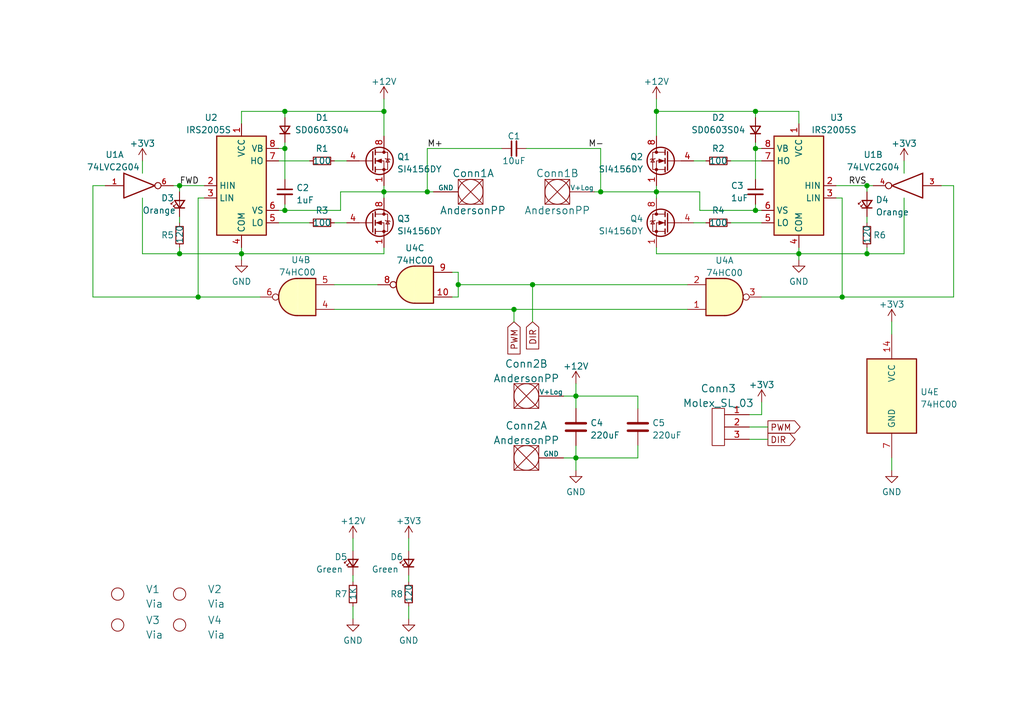
<source format=kicad_sch>
(kicad_sch (version 20211123) (generator eeschema)
  (paper "A5")
  (lib_symbols
    (symbol "74xGxx:74LVC2G04" (pin_names (offset 1.016))
      (property "Reference" "U" (at -2.54 3.81 0))
      (property "Value" "74LVC2G04" (at 0 -3.81 0))
      (symbol "74LVC2G04_0_1"
        (polyline (pts (xy -3.81 2.54) (xy -3.81 -2.54) (xy 2.54 0) (xy -3.81 2.54)) (stroke (width 0.254)))
        (pin power_in line (at 0 -2.54 270) (length 0) hide (name "GND") (number "2"))
        (pin power_in line (at 0 2.54 90) (length 0) hide (name "VCC") (number "5"))
      )
      (symbol "74LVC2G04_1_1"
        (pin input line (at -7.62 0 0) (length 3.81) (name "~") (number "1"))
        (pin output inverted (at 6.35 0 180) (length 3.81) (name "~") (number "6"))
      )
      (symbol "74LVC2G04_2_1"
        (pin input line (at -7.62 0 0) (length 3.81) (name "~") (number "3"))
        (pin output inverted (at 6.35 0 180) (length 3.81) (name "~") (number "4"))
      )
    )
    (symbol "74xx:74HC00" (pin_names (offset 1.016))
      (property "Reference" "U" (at 0 1.27 0))
      (property "Value" "74HC00" (at 0 -1.27 0))
      (symbol "74HC00_1_1"
        (arc (start 0 -3.81) (mid 3.81 0) (end 0 3.81) (stroke (width 0.254)) (fill (type background)))
        (polyline (pts (xy 0 3.81) (xy -3.81 3.81) (xy -3.81 -3.81) (xy 0 -3.81)) (stroke (width 0.254)) (fill (type background)))
        (pin input line (at -7.62 2.54 0) (length 3.81) (name "~") (number "1"))
        (pin input line (at -7.62 -2.54 0) (length 3.81) (name "~") (number "2"))
        (pin output inverted (at 7.62 0 180) (length 3.81) (name "~") (number "3"))
      )
      (symbol "74HC00_1_2"
        (arc (start -3.81 -3.81) (mid -2.589 0) (end -3.81 3.81) (stroke (width 0.254)))
        (arc (start -0.6096 -3.81) (mid 2.1842 -2.5851) (end 3.81 0) (stroke (width 0.254)) (fill (type background)))
        (polyline (pts (xy -3.81 -3.81) (xy -0.635 -3.81)) (stroke (width 0.254)) (fill (type background)))
        (polyline (pts (xy -3.81 3.81) (xy -0.635 3.81)) (stroke (width 0.254)) (fill (type background)))
        (polyline (pts (xy -0.635 3.81) (xy -3.81 3.81) (xy -3.81 3.81) (xy -3.556 3.4036) (xy -3.0226 2.2606) (xy -2.6924 1.0414) (xy -2.6162 -0.254) (xy -2.7686 -1.4986) (xy -3.175 -2.7178) (xy -3.81 -3.81) (xy -3.81 -3.81) (xy -0.635 -3.81)) (stroke (width -25.4)) (fill (type background)))
        (arc (start 3.81 0) (mid 2.1915 2.5936) (end -0.6096 3.81) (stroke (width 0.254)) (fill (type background)))
        (pin input inverted (at -7.62 2.54 0) (length 4.318) (name "~") (number "1"))
        (pin input inverted (at -7.62 -2.54 0) (length 4.318) (name "~") (number "2"))
        (pin output line (at 7.62 0 180) (length 3.81) (name "~") (number "3"))
      )
      (symbol "74HC00_2_1"
        (arc (start 0 -3.81) (mid 3.81 0) (end 0 3.81) (stroke (width 0.254)) (fill (type background)))
        (polyline (pts (xy 0 3.81) (xy -3.81 3.81) (xy -3.81 -3.81) (xy 0 -3.81)) (stroke (width 0.254)) (fill (type background)))
        (pin input line (at -7.62 2.54 0) (length 3.81) (name "~") (number "4"))
        (pin input line (at -7.62 -2.54 0) (length 3.81) (name "~") (number "5"))
        (pin output inverted (at 7.62 0 180) (length 3.81) (name "~") (number "6"))
      )
      (symbol "74HC00_2_2"
        (arc (start -3.81 -3.81) (mid -2.589 0) (end -3.81 3.81) (stroke (width 0.254)))
        (arc (start -0.6096 -3.81) (mid 2.1842 -2.5851) (end 3.81 0) (stroke (width 0.254)) (fill (type background)))
        (polyline (pts (xy -3.81 -3.81) (xy -0.635 -3.81)) (stroke (width 0.254)) (fill (type background)))
        (polyline (pts (xy -3.81 3.81) (xy -0.635 3.81)) (stroke (width 0.254)) (fill (type background)))
        (polyline (pts (xy -0.635 3.81) (xy -3.81 3.81) (xy -3.81 3.81) (xy -3.556 3.4036) (xy -3.0226 2.2606) (xy -2.6924 1.0414) (xy -2.6162 -0.254) (xy -2.7686 -1.4986) (xy -3.175 -2.7178) (xy -3.81 -3.81) (xy -3.81 -3.81) (xy -0.635 -3.81)) (stroke (width -25.4)) (fill (type background)))
        (arc (start 3.81 0) (mid 2.1915 2.5936) (end -0.6096 3.81) (stroke (width 0.254)) (fill (type background)))
        (pin input inverted (at -7.62 2.54 0) (length 4.318) (name "~") (number "4"))
        (pin input inverted (at -7.62 -2.54 0) (length 4.318) (name "~") (number "5"))
        (pin output line (at 7.62 0 180) (length 3.81) (name "~") (number "6"))
      )
      (symbol "74HC00_3_1"
        (arc (start 0 -3.81) (mid 3.81 0) (end 0 3.81) (stroke (width 0.254)) (fill (type background)))
        (polyline (pts (xy 0 3.81) (xy -3.81 3.81) (xy -3.81 -3.81) (xy 0 -3.81)) (stroke (width 0.254)) (fill (type background)))
        (pin input line (at -7.62 -2.54 0) (length 3.81) (name "~") (number "10"))
        (pin output inverted (at 7.62 0 180) (length 3.81) (name "~") (number "8"))
        (pin input line (at -7.62 2.54 0) (length 3.81) (name "~") (number "9"))
      )
      (symbol "74HC00_3_2"
        (arc (start -3.81 -3.81) (mid -2.589 0) (end -3.81 3.81) (stroke (width 0.254)))
        (arc (start -0.6096 -3.81) (mid 2.1842 -2.5851) (end 3.81 0) (stroke (width 0.254)) (fill (type background)))
        (polyline (pts (xy -3.81 -3.81) (xy -0.635 -3.81)) (stroke (width 0.254)) (fill (type background)))
        (polyline (pts (xy -3.81 3.81) (xy -0.635 3.81)) (stroke (width 0.254)) (fill (type background)))
        (polyline (pts (xy -0.635 3.81) (xy -3.81 3.81) (xy -3.81 3.81) (xy -3.556 3.4036) (xy -3.0226 2.2606) (xy -2.6924 1.0414) (xy -2.6162 -0.254) (xy -2.7686 -1.4986) (xy -3.175 -2.7178) (xy -3.81 -3.81) (xy -3.81 -3.81) (xy -0.635 -3.81)) (stroke (width -25.4)) (fill (type background)))
        (arc (start 3.81 0) (mid 2.1915 2.5936) (end -0.6096 3.81) (stroke (width 0.254)) (fill (type background)))
        (pin input inverted (at -7.62 -2.54 0) (length 4.318) (name "~") (number "10"))
        (pin output line (at 7.62 0 180) (length 3.81) (name "~") (number "8"))
        (pin input inverted (at -7.62 2.54 0) (length 4.318) (name "~") (number "9"))
      )
      (symbol "74HC00_4_1"
        (arc (start 0 -3.81) (mid 3.81 0) (end 0 3.81) (stroke (width 0.254)) (fill (type background)))
        (polyline (pts (xy 0 3.81) (xy -3.81 3.81) (xy -3.81 -3.81) (xy 0 -3.81)) (stroke (width 0.254)) (fill (type background)))
        (pin output inverted (at 7.62 0 180) (length 3.81) (name "~") (number "11"))
        (pin input line (at -7.62 2.54 0) (length 3.81) (name "~") (number "12"))
        (pin input line (at -7.62 -2.54 0) (length 3.81) (name "~") (number "13"))
      )
      (symbol "74HC00_4_2"
        (arc (start -3.81 -3.81) (mid -2.589 0) (end -3.81 3.81) (stroke (width 0.254)))
        (arc (start -0.6096 -3.81) (mid 2.1842 -2.5851) (end 3.81 0) (stroke (width 0.254)) (fill (type background)))
        (polyline (pts (xy -3.81 -3.81) (xy -0.635 -3.81)) (stroke (width 0.254)) (fill (type background)))
        (polyline (pts (xy -3.81 3.81) (xy -0.635 3.81)) (stroke (width 0.254)) (fill (type background)))
        (polyline (pts (xy -0.635 3.81) (xy -3.81 3.81) (xy -3.81 3.81) (xy -3.556 3.4036) (xy -3.0226 2.2606) (xy -2.6924 1.0414) (xy -2.6162 -0.254) (xy -2.7686 -1.4986) (xy -3.175 -2.7178) (xy -3.81 -3.81) (xy -3.81 -3.81) (xy -0.635 -3.81)) (stroke (width -25.4)) (fill (type background)))
        (arc (start 3.81 0) (mid 2.1915 2.5936) (end -0.6096 3.81) (stroke (width 0.254)) (fill (type background)))
        (pin output line (at 7.62 0 180) (length 3.81) (name "~") (number "11"))
        (pin input inverted (at -7.62 2.54 0) (length 4.318) (name "~") (number "12"))
        (pin input inverted (at -7.62 -2.54 0) (length 4.318) (name "~") (number "13"))
      )
      (symbol "74HC00_5_0"
        (pin power_in line (at 0 12.7 270) (length 5.08) (name "VCC") (number "14"))
        (pin power_in line (at 0 -12.7 90) (length 5.08) (name "GND") (number "7"))
      )
      (symbol "74HC00_5_1"
        (rectangle (start -5.08 7.62) (end 5.08 -7.62) (stroke (width 0.254)) (fill (type background)))
      )
    )
    (symbol "Device:C" (pin_numbers hide) (pin_names (offset 0.254))
      (property "Reference" "C" (at 0.635 2.54 0))
      (property "Value" "C" (at 0.635 -2.54 0))
      (symbol "C_0_1"
        (polyline (pts (xy -2.032 -0.762) (xy 2.032 -0.762)) (stroke (width 0.508)))
        (polyline (pts (xy -2.032 0.762) (xy 2.032 0.762)) (stroke (width 0.508)))
      )
      (symbol "C_1_1"
        (pin passive line (at 0 3.81 270) (length 2.794) (name "~") (number "1"))
        (pin passive line (at 0 -3.81 90) (length 2.794) (name "~") (number "2"))
      )
    )
    (symbol "Device:C_Small" (pin_numbers hide) (pin_names (offset 0.254) hide)
      (property "Reference" "C" (at 0.254 1.778 0))
      (property "Value" "C_Small" (at 0.254 -2.032 0))
      (symbol "C_Small_0_1"
        (polyline (pts (xy -1.524 -0.508) (xy 1.524 -0.508)) (stroke (width 0.3302)))
        (polyline (pts (xy -1.524 0.508) (xy 1.524 0.508)) (stroke (width 0.3048)))
      )
      (symbol "C_Small_1_1"
        (pin passive line (at 0 2.54 270) (length 2.032) (name "~") (number "1"))
        (pin passive line (at 0 -2.54 90) (length 2.032) (name "~") (number "2"))
      )
    )
    (symbol "Device:D_Small" (pin_numbers hide) (pin_names (offset 0.254) hide)
      (property "Reference" "D" (at -1.27 2.032 0))
      (property "Value" "D_Small" (at -3.81 -2.032 0))
      (symbol "D_Small_0_1"
        (polyline (pts (xy -0.762 -1.016) (xy -0.762 1.016)) (stroke (width 0.254)))
        (polyline (pts (xy -0.762 0) (xy 0.762 0)))
        (polyline (pts (xy 0.762 -1.016) (xy -0.762 0) (xy 0.762 1.016) (xy 0.762 -1.016)) (stroke (width 0.254)))
      )
      (symbol "D_Small_1_1"
        (pin passive line (at -2.54 0 0) (length 1.778) (name "K") (number "1"))
        (pin passive line (at 2.54 0 180) (length 1.778) (name "A") (number "2"))
      )
    )
    (symbol "Device:LED_Small" (pin_numbers hide) (pin_names (offset 0.254) hide)
      (property "Reference" "D" (at -1.27 3.175 0))
      (property "Value" "LED_Small" (at -4.445 -2.54 0))
      (symbol "LED_Small_0_1"
        (polyline (pts (xy -0.762 -1.016) (xy -0.762 1.016)) (stroke (width 0.254)))
        (polyline (pts (xy 1.016 0) (xy -0.762 0)))
        (polyline (pts (xy 0.762 -1.016) (xy -0.762 0) (xy 0.762 1.016) (xy 0.762 -1.016)) (stroke (width 0.254)))
        (polyline (pts (xy 0 0.762) (xy -0.508 1.27) (xy -0.254 1.27) (xy -0.508 1.27) (xy -0.508 1.016)))
        (polyline (pts (xy 0.508 1.27) (xy 0 1.778) (xy 0.254 1.778) (xy 0 1.778) (xy 0 1.524)))
      )
      (symbol "LED_Small_1_1"
        (pin passive line (at -2.54 0 0) (length 1.778) (name "K") (number "1"))
        (pin passive line (at 2.54 0 180) (length 1.778) (name "A") (number "2"))
      )
    )
    (symbol "Device:R_Small" (pin_numbers hide) (pin_names (offset 0.254) hide)
      (property "Reference" "R" (at 0.762 0.508 0))
      (property "Value" "R_Small" (at 0.762 -1.016 0))
      (symbol "R_Small_0_1"
        (rectangle (start -0.762 1.778) (end 0.762 -1.778) (stroke (width 0.2032)))
      )
      (symbol "R_Small_1_1"
        (pin passive line (at 0 2.54 270) (length 0.762) (name "~") (number "1"))
        (pin passive line (at 0 -2.54 90) (length 0.762) (name "~") (number "2"))
      )
    )
    (symbol "Driver_FET:IRS2005S"
      (property "Reference" "U" (at 1.27 13.335 0))
      (property "Value" "IRS2005S" (at 1.27 11.43 0))
      (symbol "IRS2005S_0_1"
        (rectangle (start -5.08 -10.16) (end 5.08 10.16) (stroke (width 0.254)) (fill (type background)))
      )
      (symbol "IRS2005S_1_1"
        (pin power_in line (at 0 12.7 270) (length 2.54) (name "VCC") (number "1"))
        (pin input line (at -7.62 0 0) (length 2.54) (name "HIN") (number "2"))
        (pin input line (at -7.62 -2.54 0) (length 2.54) (name "LIN") (number "3"))
        (pin power_in line (at 0 -12.7 90) (length 2.54) (name "COM") (number "4"))
        (pin output line (at 7.62 -7.62 180) (length 2.54) (name "LO") (number "5"))
        (pin passive line (at 7.62 -5.08 180) (length 2.54) (name "VS") (number "6"))
        (pin output line (at 7.62 5.08 180) (length 2.54) (name "HO") (number "7"))
        (pin passive line (at 7.62 7.62 180) (length 2.54) (name "VB") (number "8"))
      )
    )
    (symbol "MRDT_Connectors:AndersonPP" (pin_numbers hide) (pin_names (offset 0))
      (property "Reference" "Conn" (at 3.81 -1.27 0))
      (property "Value" "AndersonPP" (at 2.54 6.35 0))
      (symbol "AndersonPP_0_1"
        (polyline (pts (xy 0 5.08) (xy 5.08 0)))
        (polyline (pts (xy 5.08 5.08) (xy 0 0)))
        (rectangle (start 0 0) (end 5.08 5.08))
        (circle (center 2.54 2.54) (radius 2.54))
      )
      (symbol "AndersonPP_1_1"
        (pin input line (at 10.16 2.54 180) (length 5.08) (name "GND") (number "1"))
      )
      (symbol "AndersonPP_2_1"
        (pin input line (at 10.16 2.54 180) (length 5.08) (name "V+Log") (number "2"))
      )
      (symbol "AndersonPP_3_1"
        (pin input line (at 10.16 2.54 180) (length 5.08) (name "V+Act") (number "3"))
      )
      (symbol "AndersonPP_4_1"
        (pin input line (at 10.16 2.54 180) (length 5.08) (name "PV+") (number "4"))
      )
      (symbol "AndersonPP_5_1"
        (pin input line (at 10.16 2.54 180) (length 5.08) (name "~") (number "1"))
      )
    )
    (symbol "MRDT_Connectors:Molex_SL_03" (pin_names (offset 1.016))
      (property "Reference" "Conn" (at 3.81 -1.27 0))
      (property "Value" "Molex_SL_03" (at 1.27 8.89 0))
      (symbol "Molex_SL_03_0_1"
        (rectangle (start 0 7.62) (end 2.54 0))
      )
      (symbol "Molex_SL_03_1_1"
        (pin input line (at -5.08 6.35 0) (length 5.08) (name "~") (number "1"))
        (pin input line (at -5.08 3.81 0) (length 5.08) (name "~") (number "2"))
        (pin input line (at -5.08 1.27 0) (length 5.08) (name "~") (number "3"))
      )
    )
    (symbol "MRDT_Drill_Holes:Via" (pin_names (offset 1.016))
      (property "Reference" "V" (at 0 -2.54 0))
      (property "Value" "Via" (at 0 2.54 0))
      (symbol "Via_0_1"
        (circle (center 0 0) (radius 1.27))
      )
      (symbol "Via_1_1"
        (pin input line (at 0 0 0) (length 5.08) hide (name "~") (number "1"))
      )
    )
    (symbol "Transistor_FET:FDS2734" (pin_names hide)
      (property "Reference" "Q" (at 5.08 2.54 0))
      (property "Value" "FDS2734" (at 5.08 0 0))
      (symbol "FDS2734_0_1"
        (polyline (pts (xy 0.254 0) (xy -2.54 0)))
        (polyline (pts (xy 0.254 1.905) (xy 0.254 -1.905)) (stroke (width 0.254)))
        (polyline (pts (xy 0.762 -1.27) (xy 0.762 -2.286)) (stroke (width 0.254)))
        (polyline (pts (xy 0.762 0.508) (xy 0.762 -0.508)) (stroke (width 0.254)))
        (polyline (pts (xy 0.762 2.286) (xy 0.762 1.27)) (stroke (width 0.254)))
        (polyline (pts (xy 2.54 2.54) (xy 2.54 1.778)))
        (polyline (pts (xy 2.54 -2.54) (xy 2.54 0) (xy 0.762 0)))
        (polyline (pts (xy 0.762 -1.778) (xy 3.302 -1.778) (xy 3.302 1.778) (xy 0.762 1.778)))
        (polyline (pts (xy 1.016 0) (xy 2.032 0.381) (xy 2.032 -0.381) (xy 1.016 0)) (fill (type outline)))
        (polyline (pts (xy 2.794 0.508) (xy 2.921 0.381) (xy 3.683 0.381) (xy 3.81 0.254)))
        (polyline (pts (xy 3.302 0.381) (xy 2.921 -0.254) (xy 3.683 -0.254) (xy 3.302 0.381)))
        (circle (center 1.651 0) (radius 2.794) (stroke (width 0.254)))
        (circle (center 2.54 -1.778) (radius 0.254) (fill (type outline)))
        (circle (center 2.54 1.778) (radius 0.254) (fill (type outline)))
      )
      (symbol "FDS2734_1_1"
        (pin passive line (at 2.54 -5.08 90) (length 2.54) (name "S") (number "1"))
        (pin passive line (at 2.54 -5.08 90) (length 2.54) hide (name "S") (number "2"))
        (pin passive line (at 2.54 -5.08 90) (length 2.54) hide (name "S") (number "3"))
        (pin input line (at -5.08 0 0) (length 2.54) (name "G") (number "4"))
        (pin passive line (at 2.54 5.08 270) (length 2.54) hide (name "D") (number "5"))
        (pin passive line (at 2.54 5.08 270) (length 2.54) hide (name "D") (number "6"))
        (pin passive line (at 2.54 5.08 270) (length 2.54) hide (name "D") (number "7"))
        (pin passive line (at 2.54 5.08 270) (length 2.54) (name "D") (number "8"))
      )
    )
    (symbol "power:+12V" (power) (pin_names (offset 0))
      (property "Value" "+12V" (at 0 3.556 0))
      (symbol "+12V_0_1"
        (polyline (pts (xy -0.762 1.27) (xy 0 2.54)))
        (polyline (pts (xy 0 0) (xy 0 2.54)))
        (polyline (pts (xy 0 2.54) (xy 0.762 1.27)))
      )
      (symbol "+12V_1_1"
        (pin power_in line (at 0 0 90) (length 0) hide (name "+12V") (number "1"))
      )
    )
    (symbol "power:+3V3" (power) (pin_names (offset 0))
      (property "Value" "+3V3" (at 0 3.556 0))
      (symbol "+3V3_0_1"
        (polyline (pts (xy -0.762 1.27) (xy 0 2.54)))
        (polyline (pts (xy 0 0) (xy 0 2.54)))
        (polyline (pts (xy 0 2.54) (xy 0.762 1.27)))
      )
      (symbol "+3V3_1_1"
        (pin power_in line (at 0 0 90) (length 0) hide (name "+3V3") (number "1"))
      )
    )
    (symbol "power:GND" (power) (pin_names (offset 0))
      (property "Value" "GND" (at 0 -3.81 0))
      (symbol "GND_0_1"
        (polyline (pts (xy 0 0) (xy 0 -1.27) (xy 1.27 -1.27) (xy 0 -2.54) (xy -1.27 -1.27) (xy 0 -1.27)))
      )
      (symbol "GND_1_1"
        (pin power_in line (at 0 0 270) (length 0) hide (name "GND") (number "1"))
      )
    )
  )
  (junction (at 58.42 22.86))
  (junction (at 36.83 52.07))
  (junction (at 118.11 81.28))
  (junction (at 154.94 22.86))
  (junction (at 58.42 43.18))
  (junction (at 49.53 52.07))
  (junction (at 163.83 52.07))
  (junction (at 177.8 38.1))
  (junction (at 123.19 39.37))
  (junction (at 134.62 22.86))
  (junction (at 36.83 38.1))
  (junction (at 177.8 52.07))
  (junction (at 78.74 39.37))
  (junction (at 78.74 22.86))
  (junction (at 154.94 30.48))
  (junction (at 87.63 39.37))
  (junction (at 58.42 30.48))
  (junction (at 93.98 58.42))
  (junction (at 105.41 63.5))
  (junction (at 40.64 60.96))
  (junction (at 134.62 39.37))
  (junction (at 172.72 60.96))
  (junction (at 109.22 58.42))
  (junction (at 118.11 93.98))
  (junction (at 154.94 43.18))
  (wire (pts (xy 143.51 39.37) (xy 134.62 39.37)))
  (wire (pts (xy 154.94 29.21) (xy 154.94 30.48)))
  (wire (pts (xy 49.53 22.86) (xy 58.42 22.86)))
  (wire (pts (xy 134.62 38.1) (xy 134.62 39.37)))
  (wire (pts (xy 83.82 124.46) (xy 83.82 127)))
  (wire (pts (xy 177.8 50.8) (xy 177.8 52.07)))
  (wire (pts (xy 105.41 63.5) (xy 140.97 63.5)))
  (wire (pts (xy 68.58 58.42) (xy 77.47 58.42)))
  (wire (pts (xy 156.21 43.18) (xy 154.94 43.18)))
  (wire (pts (xy 118.11 93.98) (xy 118.11 96.52)))
  (wire (pts (xy 130.81 91.44) (xy 130.81 93.98)))
  (wire (pts (xy 69.85 43.18) (xy 69.85 39.37)))
  (wire (pts (xy 78.74 22.86) (xy 78.74 27.94)))
  (wire (pts (xy 172.72 60.96) (xy 195.58 60.96)))
  (wire (pts (xy 143.51 43.18) (xy 143.51 39.37)))
  (wire (pts (xy 123.19 39.37) (xy 134.62 39.37)))
  (wire (pts (xy 57.15 43.18) (xy 58.42 43.18)))
  (wire (pts (xy 36.83 52.07) (xy 49.53 52.07)))
  (wire (pts (xy 134.62 22.86) (xy 134.62 27.94)))
  (wire (pts (xy 115.57 81.28) (xy 118.11 81.28)))
  (wire (pts (xy 156.21 60.96) (xy 172.72 60.96)))
  (wire (pts (xy 134.62 52.07) (xy 163.83 52.07)))
  (wire (pts (xy 118.11 91.44) (xy 118.11 93.98)))
  (wire (pts (xy 72.39 118.11) (xy 72.39 119.38)))
  (wire (pts (xy 149.86 45.72) (xy 156.21 45.72)))
  (wire (pts (xy 195.58 38.1) (xy 195.58 60.96)))
  (wire (pts (xy 29.21 33.02) (xy 29.21 35.56)))
  (wire (pts (xy 58.42 41.91) (xy 58.42 43.18)))
  (wire (pts (xy 36.83 44.45) (xy 36.83 45.72)))
  (wire (pts (xy 142.24 33.02) (xy 144.78 33.02)))
  (wire (pts (xy 153.67 90.17) (xy 157.48 90.17)))
  (wire (pts (xy 68.58 45.72) (xy 71.12 45.72)))
  (wire (pts (xy 29.21 40.64) (xy 29.21 52.07)))
  (wire (pts (xy 123.19 39.37) (xy 121.92 39.37)))
  (wire (pts (xy 19.05 38.1) (xy 19.05 60.96)))
  (wire (pts (xy 58.42 29.21) (xy 58.42 30.48)))
  (wire (pts (xy 163.83 22.86) (xy 154.94 22.86)))
  (wire (pts (xy 93.98 58.42) (xy 93.98 60.96)))
  (wire (pts (xy 58.42 36.83) (xy 58.42 30.48)))
  (wire (pts (xy 109.22 58.42) (xy 109.22 66.04)))
  (wire (pts (xy 109.22 58.42) (xy 140.97 58.42)))
  (wire (pts (xy 78.74 20.32) (xy 78.74 22.86)))
  (wire (pts (xy 78.74 39.37) (xy 78.74 40.64)))
  (wire (pts (xy 154.94 43.18) (xy 143.51 43.18)))
  (wire (pts (xy 57.15 45.72) (xy 63.5 45.72)))
  (wire (pts (xy 29.21 52.07) (xy 36.83 52.07)))
  (wire (pts (xy 172.72 40.64) (xy 171.45 40.64)))
  (wire (pts (xy 92.71 55.88) (xy 93.98 55.88)))
  (wire (pts (xy 78.74 39.37) (xy 87.63 39.37)))
  (wire (pts (xy 93.98 58.42) (xy 109.22 58.42)))
  (wire (pts (xy 83.82 118.11) (xy 83.82 119.38)))
  (wire (pts (xy 177.8 38.1) (xy 177.8 39.37)))
  (wire (pts (xy 177.8 38.1) (xy 179.07 38.1)))
  (wire (pts (xy 72.39 110.49) (xy 72.39 113.03)))
  (wire (pts (xy 49.53 50.8) (xy 49.53 52.07)))
  (wire (pts (xy 58.42 22.86) (xy 58.42 24.13)))
  (wire (pts (xy 182.88 93.98) (xy 182.88 96.52)))
  (wire (pts (xy 36.83 38.1) (xy 36.83 39.37)))
  (wire (pts (xy 130.81 93.98) (xy 118.11 93.98)))
  (wire (pts (xy 130.81 81.28) (xy 118.11 81.28)))
  (wire (pts (xy 78.74 50.8) (xy 78.74 52.07)))
  (wire (pts (xy 36.83 50.8) (xy 36.83 52.07)))
  (wire (pts (xy 87.63 30.48) (xy 87.63 39.37)))
  (wire (pts (xy 40.64 40.64) (xy 41.91 40.64)))
  (wire (pts (xy 134.62 22.86) (xy 154.94 22.86)))
  (wire (pts (xy 134.62 39.37) (xy 134.62 40.64)))
  (wire (pts (xy 92.71 60.96) (xy 93.98 60.96)))
  (wire (pts (xy 118.11 81.28) (xy 118.11 83.82)))
  (wire (pts (xy 163.83 50.8) (xy 163.83 52.07)))
  (wire (pts (xy 153.67 87.63) (xy 157.48 87.63)))
  (wire (pts (xy 156.21 85.09) (xy 156.21 82.55)))
  (wire (pts (xy 123.19 30.48) (xy 123.19 39.37)))
  (wire (pts (xy 185.42 33.02) (xy 185.42 35.56)))
  (wire (pts (xy 134.62 20.32) (xy 134.62 22.86)))
  (wire (pts (xy 185.42 40.64) (xy 185.42 52.07)))
  (wire (pts (xy 130.81 83.82) (xy 130.81 81.28)))
  (wire (pts (xy 153.67 85.09) (xy 156.21 85.09)))
  (wire (pts (xy 172.72 60.96) (xy 172.72 40.64)))
  (wire (pts (xy 58.42 30.48) (xy 57.15 30.48)))
  (wire (pts (xy 35.56 38.1) (xy 36.83 38.1)))
  (wire (pts (xy 118.11 81.28) (xy 118.11 78.74)))
  (wire (pts (xy 58.42 43.18) (xy 69.85 43.18)))
  (wire (pts (xy 19.05 60.96) (xy 40.64 60.96)))
  (wire (pts (xy 171.45 38.1) (xy 177.8 38.1)))
  (wire (pts (xy 78.74 38.1) (xy 78.74 39.37)))
  (wire (pts (xy 177.8 44.45) (xy 177.8 45.72)))
  (wire (pts (xy 177.8 52.07) (xy 185.42 52.07)))
  (wire (pts (xy 78.74 52.07) (xy 49.53 52.07)))
  (wire (pts (xy 72.39 124.46) (xy 72.39 127)))
  (wire (pts (xy 163.83 25.4) (xy 163.83 22.86)))
  (wire (pts (xy 19.05 38.1) (xy 21.59 38.1)))
  (wire (pts (xy 68.58 33.02) (xy 71.12 33.02)))
  (wire (pts (xy 115.57 93.98) (xy 118.11 93.98)))
  (wire (pts (xy 78.74 22.86) (xy 58.42 22.86)))
  (wire (pts (xy 87.63 39.37) (xy 88.9 39.37)))
  (wire (pts (xy 93.98 55.88) (xy 93.98 58.42)))
  (wire (pts (xy 69.85 39.37) (xy 78.74 39.37)))
  (wire (pts (xy 163.83 52.07) (xy 177.8 52.07)))
  (wire (pts (xy 134.62 50.8) (xy 134.62 52.07)))
  (wire (pts (xy 105.41 63.5) (xy 105.41 66.04)))
  (wire (pts (xy 154.94 30.48) (xy 156.21 30.48)))
  (wire (pts (xy 154.94 22.86) (xy 154.94 24.13)))
  (wire (pts (xy 182.88 66.04) (xy 182.88 68.58)))
  (wire (pts (xy 68.58 63.5) (xy 105.41 63.5)))
  (wire (pts (xy 154.94 41.91) (xy 154.94 43.18)))
  (wire (pts (xy 49.53 52.07) (xy 49.53 53.34)))
  (wire (pts (xy 40.64 60.96) (xy 40.64 40.64)))
  (wire (pts (xy 83.82 110.49) (xy 83.82 113.03)))
  (wire (pts (xy 57.15 33.02) (xy 63.5 33.02)))
  (wire (pts (xy 107.95 30.48) (xy 123.19 30.48)))
  (wire (pts (xy 53.34 60.96) (xy 40.64 60.96)))
  (wire (pts (xy 87.63 30.48) (xy 102.87 30.48)))
  (wire (pts (xy 154.94 36.83) (xy 154.94 30.48)))
  (wire (pts (xy 193.04 38.1) (xy 195.58 38.1)))
  (wire (pts (xy 149.86 33.02) (xy 156.21 33.02)))
  (wire (pts (xy 163.83 52.07) (xy 163.83 53.34)))
  (wire (pts (xy 49.53 25.4) (xy 49.53 22.86)))
  (wire (pts (xy 142.24 45.72) (xy 144.78 45.72)))
  (wire (pts (xy 36.83 38.1) (xy 41.91 38.1)))
  (label "RVS" (at 173.99 38.1 0))
  (label "M+" (at 87.63 30.48 0))
  (label "FWD" (at 36.83 38.1 0))
  (label "M-" (at 120.65 30.48 0))
  (global_label "PWM" (shape output) (at 157.48 87.63 0) (property "Intersheet References" "${INTERSHEET_REFS}" (effects hide)))
  (global_label "DIR" (shape input) (at 109.22 66.04 270) (property "Intersheet References" "${INTERSHEET_REFS}" (effects hide)))
  (global_label "DIR" (shape output) (at 157.48 90.17 0) (property "Intersheet References" "${INTERSHEET_REFS}" (effects hide)))
  (global_label "PWM" (shape input) (at 105.41 66.04 270) (property "Intersheet References" "${INTERSHEET_REFS}" (effects hide)))
  (symbol (lib_id "MRDT_Connectors:AndersonPP") (at 105.41 96.52 0) (unit 1)
    (property "Reference" "Conn2" (at 107.95 87.3559 0) (effects (font (size 1.524 1.524))))
    (property "Value" "AndersonPP" (at 107.95 90.3493 0) (effects (font (size 1.524 1.524))))
    (property "Footprint" "MRDT_Connectors:Square_Anderson_2_H_Side_By_Side" (effects hide))
  )
  (symbol (lib_id "MRDT_Drill_Holes:Via") (at 24.13 121.92 0) (unit 1)
    (property "Reference" "V1" (at 29.845 120.9438 0) (effects (font (size 1.524 1.524)) (justify left)))
    (property "Value" "Via" (at 29.845 123.9372 0) (effects (font (size 1.524 1.524)) (justify left)))
    (property "Footprint" "MRDT_Drill_Holes:4_40_Hole_Corner" (effects hide))
  )
  (symbol (lib_id "power:GND") (at 72.39 127 0) (unit 1)
    (property "Reference" "#PWR0111" (effects hide))
    (property "Value" "GND" (at 72.39 131.4434 0))
  )
  (symbol (lib_id "MRDT_Drill_Holes:Via") (at 24.13 128.27 0) (unit 1)
    (property "Reference" "V3" (at 29.845 127.2938 0) (effects (font (size 1.524 1.524)) (justify left)))
    (property "Value" "Via" (at 29.845 130.2872 0) (effects (font (size 1.524 1.524)) (justify left)))
    (property "Footprint" "MRDT_Drill_Holes:4_40_Hole_Corner" (effects hide))
  )
  (symbol (lib_id "74xx:74HC00") (at 60.96 60.96 180) (unit 2)
    (property "Reference" "U4" (at 59.69 53.34 0) (effects (justify right)))
    (property "Value" "74HC00" (at 57.15 55.88 0) (effects (justify right)))
    (property "Footprint" "Package_SO:SO-14_5.3x10.2mm_P1.27mm" (effects hide))
    (property "Datasheet" "http://www.ti.com/lit/gpn/sn74hc00" (effects hide))
  )
  (symbol (lib_id "Device:R_Small") (at 147.32 45.72 90) (unit 1)
    (property "Reference" "R4" (at 147.32 43.18 90))
    (property "Value" "100" (at 147.32 45.72 90))
    (property "Footprint" "Resistor_SMD:R_0603_1608Metric_Pad0.98x0.95mm_HandSolder" (effects hide))
  )
  (symbol (lib_id "74xGxx:74LVC2G04") (at 29.21 38.1 0) (unit 1)
    (property "Reference" "U1" (at 21.59 31.75 0) (effects (justify left)))
    (property "Value" "74LVC2G04" (at 17.78 34.2931 0) (effects (justify left)))
    (property "Footprint" "Package_TO_SOT_SMD:SOT-23-6_Handsoldering" (effects hide))
    (property "Datasheet" "http://www.ti.com/lit/sg/scyt129e/scyt129e.pdf" (effects hide))
  )
  (symbol (lib_id "MRDT_Connectors:AndersonPP") (at 99.06 41.91 0) (mirror y) (unit 1)
    (property "Reference" "Conn1" (at 92.71 35.56 0) (effects (font (size 1.524 1.524)) (justify right)))
    (property "Value" "AndersonPP" (at 90.17 43.18 0) (effects (font (size 1.524 1.524)) (justify right)))
    (property "Footprint" "MRDT_Connectors:Square_Anderson_2_H_Side_By_Side" (effects hide))
  )
  (symbol (lib_id "Driver_FET:IRS2005S") (at 163.83 38.1 0) (mirror y) (unit 1)
    (property "Reference" "U3" (at 170.18 24.13 0) (effects (justify right)))
    (property "Value" "IRS2005S" (at 166.37 26.67 0) (effects (justify right)))
    (property "Footprint" "Package_SO:SOIC-8_3.9x4.9mm_P1.27mm" (effects hide))
    (property "Datasheet" "https://www.infineon.com/dgdl/Infineon-IRS2005S-DS-v02_00-EN.pdf?fileId=5546d462533600a4015364c4246229e1" (effects hide))
  )
  (symbol (lib_id "MRDT_Drill_Holes:Via") (at 36.83 128.27 0) (unit 1)
    (property "Reference" "V4" (at 42.545 127.2938 0) (effects (font (size 1.524 1.524)) (justify left)))
    (property "Value" "Via" (at 42.545 130.2872 0) (effects (font (size 1.524 1.524)) (justify left)))
    (property "Footprint" "MRDT_Drill_Holes:4_40_Hole_Corner" (effects hide))
  )
  (symbol (lib_id "Device:C") (at 130.81 87.63 0) (unit 1)
    (property "Reference" "C5" (at 133.731 86.7953 0) (effects (justify left)))
    (property "Value" "220uF" (at 133.731 89.3322 0) (effects (justify left)))
    (property "Footprint" "Capacitor_THT:CP_Radial_D6.3mm_P2.50mm" (effects hide))
  )
  (symbol (lib_id "Device:R_Small") (at 177.8 48.26 0) (unit 1)
    (property "Reference" "R6" (at 179.07 48.26 0) (effects (justify left)))
    (property "Value" "120" (at 177.8 50.038 90) (effects (justify left)))
    (property "Footprint" "Resistor_SMD:R_0603_1608Metric_Pad0.98x0.95mm_HandSolder" (effects hide))
  )
  (symbol (lib_id "power:GND") (at 49.53 53.34 0) (unit 1)
    (property "Reference" "#PWR0110" (effects hide))
    (property "Value" "GND" (at 49.53 57.7834 0))
  )
  (symbol (lib_id "power:GND") (at 163.83 53.34 0) (unit 1)
    (property "Reference" "#PWR0116" (effects hide))
    (property "Value" "GND" (at 163.83 57.7834 0))
  )
  (symbol (lib_id "Device:LED_Small") (at 177.8 41.91 90) (unit 1)
    (property "Reference" "D4" (at 179.578 41.0118 90) (effects (justify right)))
    (property "Value" "Orange" (at 179.578 43.5487 90) (effects (justify right)))
    (property "Footprint" "LED_SMD:LED_0603_1608Metric_Pad1.05x0.95mm_HandSolder" (effects hide))
  )
  (symbol (lib_id "Device:LED_Small") (at 36.83 41.91 90) (unit 1)
    (property "Reference" "D3" (at 33.02 40.64 90) (effects (justify right)))
    (property "Value" "Orange" (at 29.21 43.1769 90) (effects (justify right)))
    (property "Footprint" "LED_SMD:LED_0603_1608Metric_Pad1.05x0.95mm_HandSolder" (effects hide))
  )
  (symbol (lib_id "Device:C_Small") (at 105.41 30.48 90) (unit 1)
    (property "Reference" "C1" (at 105.41 27.94 90))
    (property "Value" "10uF" (at 105.41 33.02 90))
    (property "Footprint" "Capacitor_SMD:C_0603_1608Metric_Pad1.08x0.95mm_HandSolder" (effects hide))
  )
  (symbol (lib_id "74xx:74HC00") (at 182.88 81.28 0) (unit 5)
    (property "Reference" "U4" (at 188.722 80.4453 0) (effects (justify left)))
    (property "Value" "74HC00" (at 188.722 82.9822 0) (effects (justify left)))
    (property "Footprint" "Package_SO:SO-14_5.3x10.2mm_P1.27mm" (effects hide))
    (property "Datasheet" "http://www.ti.com/lit/gpn/sn74hc00" (effects hide))
  )
  (symbol (lib_id "MRDT_Connectors:AndersonPP") (at 111.76 41.91 0) (unit 2)
    (property "Reference" "Conn1" (at 114.3 35.56 0) (effects (font (size 1.524 1.524))))
    (property "Value" "AndersonPP" (at 114.3 43.18 0) (effects (font (size 1.524 1.524))))
    (property "Footprint" "MRDT_Connectors:Square_Anderson_2_H_Side_By_Side" (effects hide))
  )
  (symbol (lib_id "power:+12V") (at 78.74 20.32 0) (unit 1)
    (property "Reference" "#PWR0105" (effects hide))
    (property "Value" "+12V" (at 78.74 16.7442 0))
  )
  (symbol (lib_id "power:GND") (at 118.11 96.52 0) (unit 1)
    (property "Reference" "#PWR0113" (effects hide))
    (property "Value" "GND" (at 118.11 100.9634 0))
  )
  (symbol (lib_id "Transistor_FET:FDS2734") (at 137.16 33.02 0) (mirror y) (unit 1)
    (property "Reference" "Q2" (at 131.953 32.1853 0) (effects (justify left)))
    (property "Value" "SI4156DY" (at 131.953 34.7222 0) (effects (justify left)))
    (property "Footprint" "Package_SO:SOIC-8_3.9x4.9mm_P1.27mm" (effects hide))
    (property "Datasheet" "http://www.onsemi.com/pub/Collateral/FDS2734-D.pdf" (effects hide))
  )
  (symbol (lib_id "Device:R_Small") (at 66.04 33.02 90) (unit 1)
    (property "Reference" "R1" (at 66.04 30.48 90))
    (property "Value" "100" (at 66.04 33.02 90))
    (property "Footprint" "Resistor_SMD:R_0603_1608Metric_Pad0.98x0.95mm_HandSolder" (effects hide))
  )
  (symbol (lib_id "Device:C") (at 118.11 87.63 0) (unit 1)
    (property "Reference" "C4" (at 121.031 86.7953 0) (effects (justify left)))
    (property "Value" "220uF" (at 121.031 89.3322 0) (effects (justify left)))
    (property "Footprint" "Capacitor_THT:CP_Radial_D6.3mm_P2.50mm" (effects hide))
  )
  (symbol (lib_id "Device:C_Small") (at 58.42 39.37 0) (unit 1)
    (property "Reference" "C2" (at 60.7441 38.5416 0) (effects (justify left)))
    (property "Value" "1uF" (at 60.7441 41.0785 0) (effects (justify left)))
    (property "Footprint" "Capacitor_SMD:C_0603_1608Metric_Pad1.08x0.95mm_HandSolder" (effects hide))
  )
  (symbol (lib_id "power:+3V3") (at 185.42 33.02 0) (unit 1)
    (property "Reference" "#PWR0102" (effects hide))
    (property "Value" "+3V3" (at 185.42 29.4442 0))
  )
  (symbol (lib_id "Transistor_FET:FDS2734") (at 137.16 45.72 0) (mirror y) (unit 1)
    (property "Reference" "Q4" (at 131.953 44.8853 0) (effects (justify left)))
    (property "Value" "SI4156DY" (at 131.953 47.4222 0) (effects (justify left)))
    (property "Footprint" "Package_SO:SOIC-8_3.9x4.9mm_P1.27mm" (effects hide))
    (property "Datasheet" "http://www.onsemi.com/pub/Collateral/FDS2734-D.pdf" (effects hide))
  )
  (symbol (lib_id "power:+12V") (at 134.62 20.32 0) (unit 1)
    (property "Reference" "#PWR0107" (effects hide))
    (property "Value" "+12V" (at 134.62 16.7442 0))
  )
  (symbol (lib_id "Device:R_Small") (at 83.82 121.92 0) (unit 1)
    (property "Reference" "R8" (at 80.01 121.92 0) (effects (justify left)))
    (property "Value" "120" (at 83.82 123.698 90) (effects (justify left)))
    (property "Footprint" "Resistor_SMD:R_0603_1608Metric_Pad0.98x0.95mm_HandSolder" (effects hide))
  )
  (symbol (lib_id "power:+3V3") (at 156.21 82.55 0) (unit 1)
    (property "Reference" "#PWR0103" (effects hide))
    (property "Value" "+3V3" (at 156.21 78.9742 0))
  )
  (symbol (lib_id "MRDT_Connectors:AndersonPP") (at 105.41 83.82 0) (unit 2)
    (property "Reference" "Conn2" (at 107.95 74.6559 0) (effects (font (size 1.524 1.524))))
    (property "Value" "AndersonPP" (at 107.95 77.6493 0) (effects (font (size 1.524 1.524))))
    (property "Footprint" "MRDT_Connectors:Square_Anderson_2_H_Side_By_Side" (effects hide))
  )
  (symbol (lib_id "Driver_FET:IRS2005S") (at 49.53 38.1 0) (unit 1)
    (property "Reference" "U2" (at 41.91 24.13 0) (effects (justify left)))
    (property "Value" "IRS2005S" (at 38.1 26.67 0) (effects (justify left)))
    (property "Footprint" "Package_SO:SOIC-8_3.9x4.9mm_P1.27mm" (effects hide))
    (property "Datasheet" "https://www.infineon.com/dgdl/Infineon-IRS2005S-DS-v02_00-EN.pdf?fileId=5546d462533600a4015364c4246229e1" (effects hide))
  )
  (symbol (lib_id "MRDT_Drill_Holes:Via") (at 36.83 121.92 0) (unit 1)
    (property "Reference" "V2" (at 42.545 120.9438 0) (effects (font (size 1.524 1.524)) (justify left)))
    (property "Value" "Via" (at 42.545 123.9372 0) (effects (font (size 1.524 1.524)) (justify left)))
    (property "Footprint" "MRDT_Drill_Holes:4_40_Hole_Corner" (effects hide))
  )
  (symbol (lib_id "Device:LED_Small") (at 72.39 115.57 90) (unit 1)
    (property "Reference" "D5" (at 68.58 114.3 90) (effects (justify right)))
    (property "Value" "Green" (at 64.77 116.8369 90) (effects (justify right)))
    (property "Footprint" "LED_SMD:LED_0603_1608Metric_Pad1.05x0.95mm_HandSolder" (effects hide))
  )
  (symbol (lib_id "74xGxx:74LVC2G04") (at 185.42 38.1 0) (mirror y) (unit 2)
    (property "Reference" "U1" (at 179.07 31.75 0))
    (property "Value" "74LVC2G04" (at 179.07 34.2869 0))
    (property "Footprint" "Package_TO_SOT_SMD:SOT-23-6_Handsoldering" (effects hide))
    (property "Datasheet" "http://www.ti.com/lit/sg/scyt129e/scyt129e.pdf" (effects hide))
  )
  (symbol (lib_id "Device:R_Small") (at 66.04 45.72 90) (unit 1)
    (property "Reference" "R3" (at 66.04 43.18 90))
    (property "Value" "100" (at 66.04 45.72 90))
    (property "Footprint" "Resistor_SMD:R_0603_1608Metric_Pad0.98x0.95mm_HandSolder" (effects hide))
  )
  (symbol (lib_id "power:+3V3") (at 83.82 110.49 0) (unit 1)
    (property "Reference" "#PWR0108" (effects hide))
    (property "Value" "+3V3" (at 83.82 106.9142 0))
  )
  (symbol (lib_id "74xx:74HC00") (at 148.59 60.96 0) (mirror x) (unit 1)
    (property "Reference" "U4" (at 148.59 53.4502 0))
    (property "Value" "74HC00" (at 148.59 55.9871 0))
    (property "Footprint" "Package_SO:SO-14_5.3x10.2mm_P1.27mm" (effects hide))
    (property "Datasheet" "http://www.ti.com/lit/gpn/sn74hc00" (effects hide))
  )
  (symbol (lib_id "MRDT_Connectors:Molex_SL_03") (at 148.59 91.44 0) (mirror y) (unit 1)
    (property "Reference" "Conn3" (at 147.32 79.7359 0) (effects (font (size 1.524 1.524))))
    (property "Value" "Molex_SL_03" (at 147.32 82.7293 0) (effects (font (size 1.524 1.524))))
    (property "Footprint" "MRDT_Connectors:MOLEX_SL_03_Vertical" (effects hide))
  )
  (symbol (lib_id "Device:D_Small") (at 154.94 26.67 270) (mirror x) (unit 1)
    (property "Reference" "D2" (at 147.32 24.13 90))
    (property "Value" "SD0603S04" (at 147.32 26.67 90))
    (property "Footprint" "Diode_SMD:D_0603_1608Metric_Pad1.05x0.95mm_HandSolder" (effects hide))
  )
  (symbol (lib_id "power:+3V3") (at 182.88 66.04 0) (unit 1)
    (property "Reference" "#PWR0104" (effects hide))
    (property "Value" "+3V3" (at 182.88 62.4642 0))
  )
  (symbol (lib_id "power:GND") (at 182.88 96.52 0) (unit 1)
    (property "Reference" "#PWR0115" (effects hide))
    (property "Value" "GND" (at 182.88 100.9634 0))
  )
  (symbol (lib_id "Transistor_FET:FDS2734") (at 76.2 45.72 0) (unit 1)
    (property "Reference" "Q3" (at 81.407 44.8853 0) (effects (justify left)))
    (property "Value" "SI4156DY" (at 81.407 47.4222 0) (effects (justify left)))
    (property "Footprint" "Package_SO:SOIC-8_3.9x4.9mm_P1.27mm" (effects hide))
    (property "Datasheet" "http://www.onsemi.com/pub/Collateral/FDS2734-D.pdf" (effects hide))
  )
  (symbol (lib_id "Transistor_FET:FDS2734") (at 76.2 33.02 0) (unit 1)
    (property "Reference" "Q1" (at 81.407 32.1853 0) (effects (justify left)))
    (property "Value" "SI4156DY" (at 81.407 34.7222 0) (effects (justify left)))
    (property "Footprint" "Package_SO:SOIC-8_3.9x4.9mm_P1.27mm" (effects hide))
    (property "Datasheet" "http://www.onsemi.com/pub/Collateral/FDS2734-D.pdf" (effects hide))
  )
  (symbol (lib_id "74xx:74HC00") (at 85.09 58.42 0) (mirror y) (unit 3)
    (property "Reference" "U4" (at 85.09 50.9102 0))
    (property "Value" "74HC00" (at 85.09 53.4471 0))
    (property "Footprint" "Package_SO:SO-14_5.3x10.2mm_P1.27mm" (effects hide))
    (property "Datasheet" "http://www.ti.com/lit/gpn/sn74hc00" (effects hide))
  )
  (symbol (lib_id "Device:R_Small") (at 147.32 33.02 90) (unit 1)
    (property "Reference" "R2" (at 147.32 30.48 90))
    (property "Value" "100" (at 147.32 33.02 90))
    (property "Footprint" "Resistor_SMD:R_0603_1608Metric_Pad0.98x0.95mm_HandSolder" (effects hide))
  )
  (symbol (lib_id "Device:LED_Small") (at 83.82 115.57 90) (unit 1)
    (property "Reference" "D6" (at 80.01 114.3 90) (effects (justify right)))
    (property "Value" "Green" (at 76.2 116.8369 90) (effects (justify right)))
    (property "Footprint" "LED_SMD:LED_0603_1608Metric_Pad1.05x0.95mm_HandSolder" (effects hide))
  )
  (symbol (lib_id "power:GND") (at 83.82 127 0) (unit 1)
    (property "Reference" "#PWR0112" (effects hide))
    (property "Value" "GND" (at 83.82 131.4434 0))
  )
  (symbol (lib_id "power:+3V3") (at 29.21 33.02 0) (unit 1)
    (property "Reference" "#PWR0106" (effects hide))
    (property "Value" "+3V3" (at 29.21 29.4442 0))
  )
  (symbol (lib_id "Device:D_Small") (at 58.42 26.67 90) (unit 1)
    (property "Reference" "D1" (at 66.04 24.13 90))
    (property "Value" "SD0603S04" (at 66.04 26.67 90))
    (property "Footprint" "Diode_SMD:D_0603_1608Metric_Pad1.05x0.95mm_HandSolder" (effects hide))
  )
  (symbol (lib_id "Device:R_Small") (at 72.39 121.92 0) (unit 1)
    (property "Reference" "R7" (at 68.58 121.92 0) (effects (justify left)))
    (property "Value" "1K" (at 72.39 123.19 90) (effects (justify left)))
    (property "Footprint" "Resistor_SMD:R_0603_1608Metric_Pad0.98x0.95mm_HandSolder" (effects hide))
  )
  (symbol (lib_id "power:+12V") (at 72.39 110.49 0) (unit 1)
    (property "Reference" "#PWR0109" (effects hide))
    (property "Value" "+12V" (at 72.39 106.9142 0))
  )
  (symbol (lib_id "power:+12V") (at 118.11 78.74 0) (unit 1)
    (property "Reference" "#PWR0101" (effects hide))
    (property "Value" "+12V" (at 118.11 75.1642 0))
  )
  (symbol (lib_id "Device:R_Small") (at 36.83 48.26 0) (unit 1)
    (property "Reference" "R5" (at 33.02 48.26 0) (effects (justify left)))
    (property "Value" "120" (at 36.83 50.038 90) (effects (justify left)))
    (property "Footprint" "Resistor_SMD:R_0603_1608Metric_Pad0.98x0.95mm_HandSolder" (effects hide))
  )
  (symbol (lib_id "Device:C_Small") (at 154.94 39.37 0) (unit 1)
    (property "Reference" "C3" (at 149.86 38.1031 0) (effects (justify left)))
    (property "Value" "1uF" (at 149.86 40.64 0) (effects (justify left)))
    (property "Footprint" "Capacitor_SMD:C_0603_1608Metric_Pad1.08x0.95mm_HandSolder" (effects hide))
  )
)
</source>
